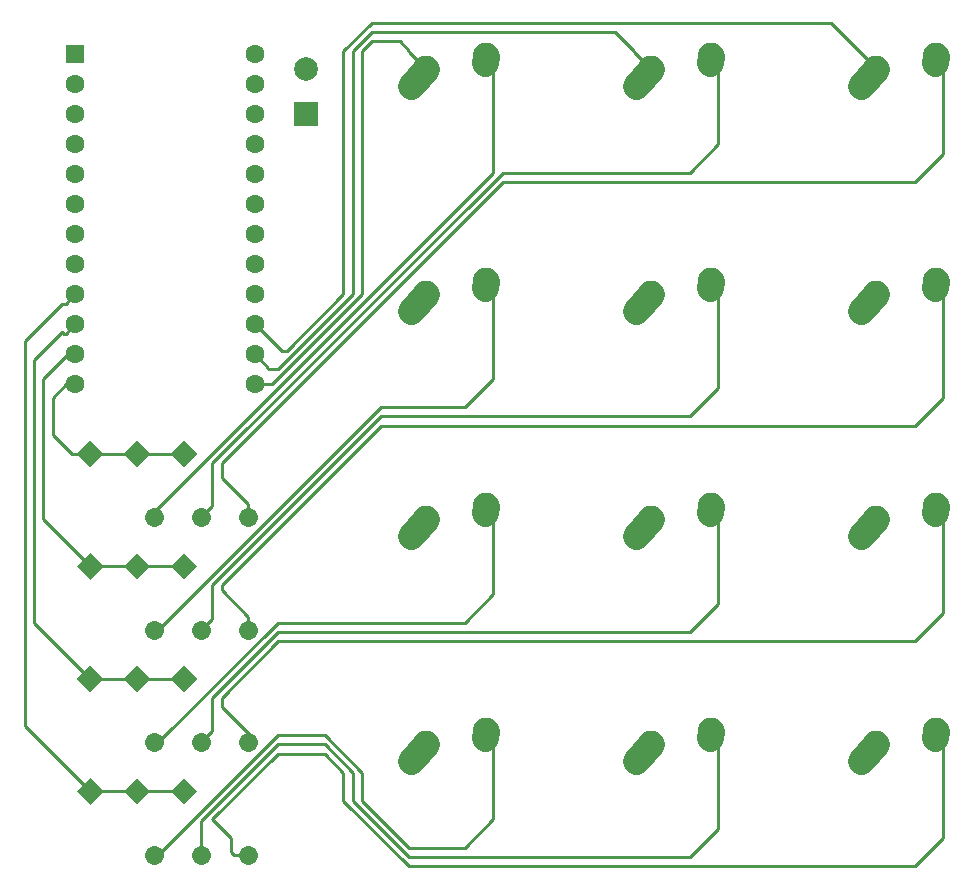
<source format=gbr>
G04 #@! TF.GenerationSoftware,KiCad,Pcbnew,(5.1.5)-3*
G04 #@! TF.CreationDate,2020-05-01T19:28:23-04:00*
G04 #@! TF.ProjectId,BookerBoard,426f6f6b-6572-4426-9f61-72642e6b6963,rev?*
G04 #@! TF.SameCoordinates,Original*
G04 #@! TF.FileFunction,Copper,L1,Top*
G04 #@! TF.FilePolarity,Positive*
%FSLAX46Y46*%
G04 Gerber Fmt 4.6, Leading zero omitted, Abs format (unit mm)*
G04 Created by KiCad (PCBNEW (5.1.5)-3) date 2020-05-01 19:28:23*
%MOMM*%
%LPD*%
G04 APERTURE LIST*
%ADD10C,1.600000*%
%ADD11C,0.100000*%
%ADD12C,1.600000*%
%ADD13R,1.600000X1.600000*%
%ADD14C,2.250000*%
%ADD15C,2.250000*%
%ADD16C,1.998980*%
%ADD17R,1.998980X1.998980*%
%ADD18C,0.250000*%
G04 APERTURE END LIST*
D10*
X72856904Y-107781904D02*
X72856904Y-107781904D01*
G04 #@! TA.AperFunction,ComponentPad*
D11*
G36*
X66337379Y-102393750D02*
G01*
X67468750Y-101262379D01*
X68600121Y-102393750D01*
X67468750Y-103525121D01*
X66337379Y-102393750D01*
G37*
G04 #@! TD.AperFunction*
D12*
X73501250Y-40005000D03*
X73501250Y-42545000D03*
X73501250Y-45085000D03*
X73501250Y-47625000D03*
X73501250Y-50165000D03*
X73501250Y-52705000D03*
X73501250Y-55245000D03*
X73501250Y-57785000D03*
X73501250Y-60325000D03*
X73501250Y-62865000D03*
X73501250Y-65405000D03*
X73501250Y-67945000D03*
X58261250Y-67945000D03*
X58261250Y-65405000D03*
X58261250Y-62865000D03*
X58261250Y-60325000D03*
X58261250Y-57785000D03*
X58261250Y-55245000D03*
X58261250Y-52705000D03*
X58261250Y-50165000D03*
X58261250Y-47625000D03*
X58261250Y-45085000D03*
X58261250Y-42545000D03*
D13*
X58261250Y-40005000D03*
D14*
X126087500Y-98393750D03*
D15*
X124777500Y-99853750D02*
X126087502Y-98393750D01*
D14*
X131127500Y-97313750D03*
D15*
X131087500Y-97893750D02*
X131127500Y-97313750D01*
D14*
X126087500Y-79343750D03*
D15*
X124777500Y-80803750D02*
X126087502Y-79343750D01*
D14*
X131127500Y-78263750D03*
D15*
X131087500Y-78843750D02*
X131127500Y-78263750D01*
D14*
X126087500Y-60293750D03*
D15*
X124777500Y-61753750D02*
X126087502Y-60293750D01*
D14*
X131127500Y-59213750D03*
D15*
X131087500Y-59793750D02*
X131127500Y-59213750D01*
D14*
X126087500Y-41243750D03*
D15*
X124777500Y-42703750D02*
X126087502Y-41243750D01*
D14*
X131127500Y-40163750D03*
D15*
X131087500Y-40743750D02*
X131127500Y-40163750D01*
D14*
X107037500Y-98393750D03*
D15*
X105727500Y-99853750D02*
X107037502Y-98393750D01*
D14*
X112077500Y-97313750D03*
D15*
X112037500Y-97893750D02*
X112077500Y-97313750D01*
D14*
X107037500Y-79343750D03*
D15*
X105727500Y-80803750D02*
X107037502Y-79343750D01*
D14*
X112077500Y-78263750D03*
D15*
X112037500Y-78843750D02*
X112077500Y-78263750D01*
D14*
X107037500Y-60293750D03*
D15*
X105727500Y-61753750D02*
X107037502Y-60293750D01*
D14*
X112077500Y-59213750D03*
D15*
X112037500Y-59793750D02*
X112077500Y-59213750D01*
D14*
X107037500Y-41243750D03*
D15*
X105727500Y-42703750D02*
X107037502Y-41243750D01*
D14*
X112077500Y-40163750D03*
D15*
X112037500Y-40743750D02*
X112077500Y-40163750D01*
D14*
X87987500Y-98393750D03*
D15*
X86677500Y-99853750D02*
X87987502Y-98393750D01*
D14*
X93027500Y-97313750D03*
D15*
X92987500Y-97893750D02*
X93027500Y-97313750D01*
D14*
X87987500Y-79343750D03*
D15*
X86677500Y-80803750D02*
X87987502Y-79343750D01*
D14*
X93027500Y-78263750D03*
D15*
X92987500Y-78843750D02*
X93027500Y-78263750D01*
D14*
X87987500Y-60293750D03*
D15*
X86677500Y-61753750D02*
X87987502Y-60293750D01*
D14*
X93027500Y-59213750D03*
D15*
X92987500Y-59793750D02*
X93027500Y-59213750D01*
D14*
X87987500Y-41243750D03*
D15*
X86677500Y-42703750D02*
X87987502Y-41243750D01*
D14*
X93027500Y-40163750D03*
D15*
X92987500Y-40743750D02*
X93027500Y-40163750D01*
D16*
X77787500Y-41275000D03*
D17*
X77787500Y-45085000D03*
D10*
X72856904Y-98256904D02*
X72856904Y-98256904D01*
G04 #@! TA.AperFunction,ComponentPad*
D11*
G36*
X66337379Y-92868750D02*
G01*
X67468750Y-91737379D01*
X68600121Y-92868750D01*
X67468750Y-94000121D01*
X66337379Y-92868750D01*
G37*
G04 #@! TD.AperFunction*
D10*
X72856904Y-88731904D02*
X72856904Y-88731904D01*
G04 #@! TA.AperFunction,ComponentPad*
D11*
G36*
X66337379Y-83343750D02*
G01*
X67468750Y-82212379D01*
X68600121Y-83343750D01*
X67468750Y-84475121D01*
X66337379Y-83343750D01*
G37*
G04 #@! TD.AperFunction*
D10*
X72856904Y-79206904D02*
X72856904Y-79206904D01*
G04 #@! TA.AperFunction,ComponentPad*
D11*
G36*
X66337379Y-73818750D02*
G01*
X67468750Y-72687379D01*
X68600121Y-73818750D01*
X67468750Y-74950121D01*
X66337379Y-73818750D01*
G37*
G04 #@! TD.AperFunction*
D10*
X68888154Y-107781904D02*
X68888154Y-107781904D01*
G04 #@! TA.AperFunction,ComponentPad*
D11*
G36*
X62368629Y-102393750D02*
G01*
X63500000Y-101262379D01*
X64631371Y-102393750D01*
X63500000Y-103525121D01*
X62368629Y-102393750D01*
G37*
G04 #@! TD.AperFunction*
D10*
X68888154Y-98256904D02*
X68888154Y-98256904D01*
G04 #@! TA.AperFunction,ComponentPad*
D11*
G36*
X62368629Y-92868750D02*
G01*
X63500000Y-91737379D01*
X64631371Y-92868750D01*
X63500000Y-94000121D01*
X62368629Y-92868750D01*
G37*
G04 #@! TD.AperFunction*
D10*
X68888154Y-88731904D02*
X68888154Y-88731904D01*
G04 #@! TA.AperFunction,ComponentPad*
D11*
G36*
X62368629Y-83343750D02*
G01*
X63500000Y-82212379D01*
X64631371Y-83343750D01*
X63500000Y-84475121D01*
X62368629Y-83343750D01*
G37*
G04 #@! TD.AperFunction*
D10*
X68888154Y-79206904D02*
X68888154Y-79206904D01*
G04 #@! TA.AperFunction,ComponentPad*
D11*
G36*
X62368629Y-73818750D02*
G01*
X63500000Y-72687379D01*
X64631371Y-73818750D01*
X63500000Y-74950121D01*
X62368629Y-73818750D01*
G37*
G04 #@! TD.AperFunction*
D10*
X64919404Y-107781904D02*
X64919404Y-107781904D01*
G04 #@! TA.AperFunction,ComponentPad*
D11*
G36*
X58399879Y-102393750D02*
G01*
X59531250Y-101262379D01*
X60662621Y-102393750D01*
X59531250Y-103525121D01*
X58399879Y-102393750D01*
G37*
G04 #@! TD.AperFunction*
D10*
X64919404Y-98256904D02*
X64919404Y-98256904D01*
G04 #@! TA.AperFunction,ComponentPad*
D11*
G36*
X58399879Y-92868750D02*
G01*
X59531250Y-91737379D01*
X60662621Y-92868750D01*
X59531250Y-94000121D01*
X58399879Y-92868750D01*
G37*
G04 #@! TD.AperFunction*
D10*
X64919404Y-88731904D02*
X64919404Y-88731904D01*
G04 #@! TA.AperFunction,ComponentPad*
D11*
G36*
X58399879Y-83343750D02*
G01*
X59531250Y-82212379D01*
X60662621Y-83343750D01*
X59531250Y-84475121D01*
X58399879Y-83343750D01*
G37*
G04 #@! TD.AperFunction*
G04 #@! TA.AperFunction,ComponentPad*
G36*
X58399879Y-73818750D02*
G01*
X59531250Y-72687379D01*
X60662621Y-73818750D01*
X59531250Y-74950121D01*
X58399879Y-73818750D01*
G37*
G04 #@! TD.AperFunction*
D10*
X64919404Y-79206904D02*
X64919404Y-79206904D01*
D18*
X93662500Y-50006250D02*
X93662500Y-41418750D01*
X93662500Y-41418750D02*
X92987500Y-40743750D01*
X64919404Y-78749346D02*
X93662500Y-50006250D01*
X59531250Y-73818750D02*
X63500000Y-73818750D01*
X67468750Y-73818750D02*
X63500000Y-73818750D01*
X57467500Y-67945000D02*
X58261250Y-67945000D01*
X56356250Y-69056250D02*
X57467500Y-67945000D01*
X59531250Y-73818750D02*
X57943750Y-73818750D01*
X56356250Y-72231250D02*
X56356250Y-69056250D01*
X57943750Y-73818750D02*
X56356250Y-72231250D01*
X93662500Y-60468750D02*
X92987500Y-59793750D01*
X65255596Y-88731904D02*
X84137500Y-69850000D01*
X91281250Y-69850000D02*
X93662500Y-67468750D01*
X84137500Y-69850000D02*
X91281250Y-69850000D01*
X93662500Y-67468750D02*
X93662500Y-60468750D01*
X59531250Y-83343750D02*
X63500000Y-83343750D01*
X63500000Y-83343750D02*
X67468750Y-83343750D01*
X57626250Y-65405000D02*
X58261250Y-65405000D01*
X55562500Y-67468750D02*
X57626250Y-65405000D01*
X59531250Y-83343750D02*
X55562500Y-79375000D01*
X55562500Y-79375000D02*
X55562500Y-67468750D01*
X65255596Y-98256904D02*
X64919404Y-98256904D01*
X93662500Y-79518750D02*
X93662500Y-85725000D01*
X91281250Y-88106250D02*
X75406250Y-88106250D01*
X92987500Y-78843750D02*
X93662500Y-79518750D01*
X93662500Y-85725000D02*
X91281250Y-88106250D01*
X75406250Y-88106250D02*
X65255596Y-98256904D01*
X57461251Y-63664999D02*
X58261250Y-62865000D01*
X54768750Y-65881250D02*
X57150000Y-63500000D01*
X57150000Y-63500000D02*
X57314999Y-63664999D01*
X57314999Y-63664999D02*
X57461251Y-63664999D01*
X59531250Y-92868750D02*
X54768750Y-88106250D01*
X54768750Y-88106250D02*
X54768750Y-65881250D01*
X59531250Y-92868750D02*
X63500000Y-92868750D01*
X67468750Y-92868750D02*
X63500000Y-92868750D01*
X93662500Y-98568750D02*
X92987500Y-97893750D01*
X93662500Y-104775000D02*
X93662500Y-98568750D01*
X82550000Y-103187500D02*
X86518750Y-107156250D01*
X86518750Y-107156250D02*
X91281250Y-107156250D01*
X64919404Y-107781904D02*
X65255596Y-107781904D01*
X65255596Y-107781904D02*
X75406250Y-97631250D01*
X91281250Y-107156250D02*
X93662500Y-104775000D01*
X75406250Y-97631250D02*
X79375000Y-97631250D01*
X79375000Y-97631250D02*
X82550000Y-100806250D01*
X82550000Y-100806250D02*
X82550000Y-103187500D01*
X57943750Y-100806250D02*
X59531250Y-102393750D01*
X53975000Y-96837500D02*
X57943750Y-100806250D01*
X57461251Y-61124999D02*
X57156249Y-61124999D01*
X58261250Y-60325000D02*
X57461251Y-61124999D01*
X57156249Y-61124999D02*
X57150000Y-61118750D01*
X57150000Y-61118750D02*
X53975000Y-64293750D01*
X53975000Y-64293750D02*
X53975000Y-96837500D01*
X59531250Y-102393750D02*
X63500000Y-102393750D01*
X67468750Y-102393750D02*
X63500000Y-102393750D01*
X112712500Y-47625000D02*
X112712500Y-41418750D01*
X68888154Y-79206904D02*
X69850000Y-78245058D01*
X112712500Y-41418750D02*
X112037500Y-40743750D01*
X69850000Y-74612500D02*
X94456250Y-50006250D01*
X110331250Y-50006250D02*
X112712500Y-47625000D01*
X69850000Y-78245058D02*
X69850000Y-74612500D01*
X94456250Y-50006250D02*
X110331250Y-50006250D01*
X112712500Y-68262500D02*
X112712500Y-60468750D01*
X112712500Y-60468750D02*
X112037500Y-59793750D01*
X68888154Y-88731904D02*
X69850000Y-87770058D01*
X84137500Y-70643750D02*
X110331250Y-70643750D01*
X69850000Y-87770058D02*
X69850000Y-84931250D01*
X69850000Y-84931250D02*
X84137500Y-70643750D01*
X110331250Y-70643750D02*
X112712500Y-68262500D01*
X69850000Y-94456250D02*
X69850000Y-97295058D01*
X112712500Y-79518750D02*
X112712500Y-86518750D01*
X110331250Y-88900000D02*
X75406250Y-88900000D01*
X112037500Y-78843750D02*
X112712500Y-79518750D01*
X112712500Y-86518750D02*
X110331250Y-88900000D01*
X69850000Y-97295058D02*
X68888154Y-98256904D01*
X75406250Y-88900000D02*
X69850000Y-94456250D01*
X112712500Y-98568750D02*
X112712500Y-105568750D01*
X112037500Y-97893750D02*
X112712500Y-98568750D01*
X112712500Y-105568750D02*
X110331250Y-107950000D01*
X68888154Y-107781904D02*
X68888154Y-104943096D01*
X68888154Y-104943096D02*
X75406250Y-98425000D01*
X81756250Y-103187500D02*
X86518750Y-107950000D01*
X86518750Y-107950000D02*
X110331250Y-107950000D01*
X81756250Y-103187500D02*
X81756250Y-100806250D01*
X81756250Y-100806250D02*
X79375000Y-98425000D01*
X79375000Y-98425000D02*
X75406250Y-98425000D01*
X131762500Y-48418750D02*
X131762500Y-41418750D01*
X73025000Y-72231250D02*
X94456250Y-50800000D01*
X129381250Y-50800000D02*
X131762500Y-48418750D01*
X94456250Y-50800000D02*
X129381250Y-50800000D01*
X72856904Y-78075534D02*
X70643750Y-75862380D01*
X72856904Y-79206904D02*
X72856904Y-78075534D01*
X70643750Y-75862380D02*
X70643750Y-74612500D01*
X70643750Y-74612500D02*
X73025000Y-72231250D01*
X131762500Y-69056250D02*
X131762500Y-60468750D01*
X129381250Y-71437500D02*
X131762500Y-69056250D01*
X72856904Y-87600534D02*
X70643750Y-85387380D01*
X72856904Y-88731904D02*
X72856904Y-87600534D01*
X131762500Y-60468750D02*
X131087500Y-59793750D01*
X70643750Y-85387380D02*
X70643750Y-84931250D01*
X70643750Y-84931250D02*
X84137500Y-71437500D01*
X84137500Y-71437500D02*
X129381250Y-71437500D01*
X73025000Y-97631250D02*
X72856904Y-97799346D01*
X70643750Y-95250000D02*
X73025000Y-97631250D01*
X131762500Y-79518750D02*
X131762500Y-87312500D01*
X131087500Y-78843750D02*
X131762500Y-79518750D01*
X129381250Y-89693750D02*
X76200000Y-89693750D01*
X131762500Y-87312500D02*
X129381250Y-89693750D01*
X72856904Y-97799346D02*
X72856904Y-98256904D01*
X76200000Y-89693750D02*
X75406250Y-89693750D01*
X75406250Y-89693750D02*
X70643750Y-94456250D01*
X70643750Y-94456250D02*
X70643750Y-95250000D01*
X131762500Y-98568750D02*
X131087500Y-97893750D01*
X131762500Y-106362500D02*
X131762500Y-98568750D01*
X129381250Y-108743750D02*
X131762500Y-106362500D01*
X71725534Y-107781904D02*
X71437500Y-107493870D01*
X72856904Y-107781904D02*
X71725534Y-107781904D01*
X71437500Y-107493870D02*
X71437500Y-106362500D01*
X71437500Y-106362500D02*
X69850000Y-104775000D01*
X69850000Y-104775000D02*
X75406250Y-99218750D01*
X80962500Y-103187500D02*
X86518750Y-108743750D01*
X86518750Y-108743750D02*
X129381250Y-108743750D01*
X75406250Y-99218750D02*
X79375000Y-99218750D01*
X79375000Y-99218750D02*
X80962500Y-100806250D01*
X80962500Y-100806250D02*
X80962500Y-103187500D01*
X74930000Y-67945000D02*
X82550000Y-60325000D01*
X73501250Y-67945000D02*
X74930000Y-67945000D01*
X82550000Y-60325000D02*
X82550000Y-39687500D01*
X82550000Y-39687500D02*
X83343750Y-38893750D01*
X83343750Y-38893750D02*
X85725000Y-38893750D01*
X85725000Y-38893750D02*
X86518750Y-39687500D01*
X86518750Y-39775000D02*
X87987500Y-41243750D01*
X86518750Y-39687500D02*
X86518750Y-39775000D01*
X105568750Y-39775000D02*
X107037500Y-41243750D01*
X105568750Y-39687500D02*
X105568750Y-39775000D01*
X103981250Y-38100000D02*
X105568750Y-39687500D01*
X74612500Y-66516250D02*
X74612500Y-66675000D01*
X81756250Y-39687500D02*
X83343750Y-38100000D01*
X74612500Y-66675000D02*
X75406250Y-66675000D01*
X83343750Y-38100000D02*
X103981250Y-38100000D01*
X73501250Y-65405000D02*
X74612500Y-66516250D01*
X75406250Y-66675000D02*
X81756250Y-60325000D01*
X81756250Y-60325000D02*
X81756250Y-39687500D01*
X75723750Y-65087500D02*
X73501250Y-62865000D01*
X80962500Y-60325000D02*
X76200000Y-65087500D01*
X76200000Y-65087500D02*
X75723750Y-65087500D01*
X126087500Y-41156250D02*
X122237500Y-37306250D01*
X126087500Y-41243750D02*
X126087500Y-41156250D01*
X80962500Y-60325000D02*
X80962500Y-39687500D01*
X80962500Y-39687500D02*
X83343750Y-37306250D01*
X83343750Y-37306250D02*
X122237500Y-37306250D01*
M02*

</source>
